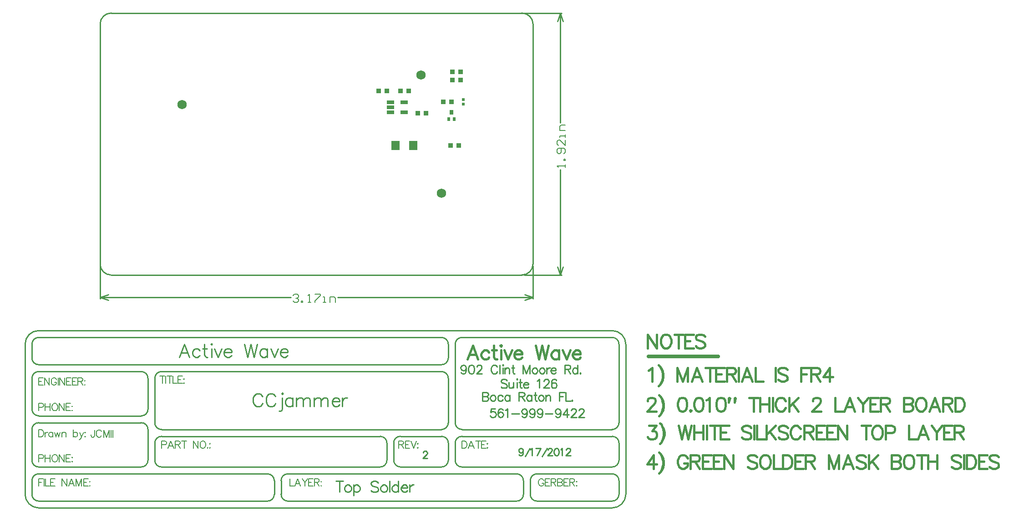
<source format=gts>
%FSLAX25Y25*%
%MOIN*%
G70*
G01*
G75*
G04 Layer_Color=8388736*
%ADD10C,0.02500*%
%ADD11C,0.06000*%
%ADD12R,0.05000X0.02000*%
%ADD13R,0.03000X0.03000*%
%ADD14R,0.01575X0.01575*%
%ADD15R,0.01575X0.02362*%
%ADD16R,0.01969X0.02756*%
%ADD17R,0.05118X0.06299*%
%ADD18C,0.01000*%
%ADD19C,0.02000*%
%ADD20C,0.01200*%
%ADD21C,0.03000*%
%ADD22C,0.00800*%
%ADD23C,0.00600*%
%ADD24C,0.00900*%
%ADD25C,0.01500*%
%ADD26C,0.00500*%
%ADD27C,0.04000*%
%ADD28C,0.00984*%
%ADD29C,0.06800*%
%ADD30R,0.05600X0.02600*%
%ADD31R,0.03800X0.03800*%
%ADD32R,0.02375X0.02375*%
%ADD33R,0.02375X0.03162*%
%ADD34R,0.02769X0.03556*%
%ADD35R,0.05918X0.07099*%
D10*
X401800Y-59700D02*
X452800D01*
D18*
X175366Y-151202D02*
Y-159200D01*
X172700Y-151202D02*
X178032D01*
X180889Y-153868D02*
X180127Y-154249D01*
X179365Y-155010D01*
X178984Y-156153D01*
Y-156915D01*
X179365Y-158057D01*
X180127Y-158819D01*
X180889Y-159200D01*
X182031D01*
X182793Y-158819D01*
X183555Y-158057D01*
X183936Y-156915D01*
Y-156153D01*
X183555Y-155010D01*
X182793Y-154249D01*
X182031Y-153868D01*
X180889D01*
X185688D02*
Y-161866D01*
Y-155010D02*
X186449Y-154249D01*
X187211Y-153868D01*
X188354D01*
X189116Y-154249D01*
X189877Y-155010D01*
X190258Y-156153D01*
Y-156915D01*
X189877Y-158057D01*
X189116Y-158819D01*
X188354Y-159200D01*
X187211D01*
X186449Y-158819D01*
X185688Y-158057D01*
X203589Y-152344D02*
X202827Y-151583D01*
X201684Y-151202D01*
X200161D01*
X199018Y-151583D01*
X198256Y-152344D01*
Y-153106D01*
X198637Y-153868D01*
X199018Y-154249D01*
X199780Y-154630D01*
X202065Y-155391D01*
X202827Y-155772D01*
X203208Y-156153D01*
X203589Y-156915D01*
Y-158057D01*
X202827Y-158819D01*
X201684Y-159200D01*
X200161D01*
X199018Y-158819D01*
X198256Y-158057D01*
X207283Y-153868D02*
X206521Y-154249D01*
X205760Y-155010D01*
X205379Y-156153D01*
Y-156915D01*
X205760Y-158057D01*
X206521Y-158819D01*
X207283Y-159200D01*
X208426D01*
X209187Y-158819D01*
X209949Y-158057D01*
X210330Y-156915D01*
Y-156153D01*
X209949Y-155010D01*
X209187Y-154249D01*
X208426Y-153868D01*
X207283D01*
X212082Y-151202D02*
Y-159200D01*
X218328Y-151202D02*
Y-159200D01*
Y-155010D02*
X217567Y-154249D01*
X216805Y-153868D01*
X215662D01*
X214900Y-154249D01*
X214139Y-155010D01*
X213758Y-156153D01*
Y-156915D01*
X214139Y-158057D01*
X214900Y-158819D01*
X215662Y-159200D01*
X216805D01*
X217567Y-158819D01*
X218328Y-158057D01*
X220461Y-156153D02*
X225032D01*
Y-155391D01*
X224651Y-154630D01*
X224270Y-154249D01*
X223508Y-153868D01*
X222366D01*
X221604Y-154249D01*
X220842Y-155010D01*
X220461Y-156153D01*
Y-156915D01*
X220842Y-158057D01*
X221604Y-158819D01*
X222366Y-159200D01*
X223508D01*
X224270Y-158819D01*
X225032Y-158057D01*
X226746Y-153868D02*
Y-159200D01*
Y-156153D02*
X227127Y-155010D01*
X227888Y-154249D01*
X228650Y-153868D01*
X229792D01*
X310500Y192000D02*
X338000D01*
X310500Y0D02*
X338000D01*
X337000Y111495D02*
Y192000D01*
Y0D02*
Y77305D01*
X335000Y186000D02*
X337000Y192000D01*
X339000Y186000D01*
X337000Y0D02*
X339000Y6000D01*
X335000D02*
X337000Y0D01*
X317000Y-17500D02*
Y6516D01*
X0Y-17500D02*
Y6516D01*
X173995Y-16500D02*
X317000D01*
X0D02*
X139805D01*
X311000Y-14500D02*
X317000Y-16500D01*
X311000Y-18500D02*
X317000Y-16500D01*
X0D02*
X6000Y-18500D01*
X0Y-16500D02*
X6000Y-14500D01*
X-16Y8016D02*
G03*
X8000Y0I8016J0D01*
G01*
X8016Y192016D02*
G03*
X0Y184000I0J-8016D01*
G01*
X317016Y183984D02*
G03*
X309000Y192000I-8016J0D01*
G01*
Y0D02*
G03*
X317016Y8016I0J8016D01*
G01*
X8000Y0D02*
X309000D01*
X0Y8016D02*
Y184000D01*
X317000Y8016D02*
Y183984D01*
X8016Y192000D02*
X309000D01*
X127501Y-150794D02*
G03*
X122502Y-145794I-5000J0D01*
G01*
X122618Y-165794D02*
G03*
X127499Y-160827I84J4800D01*
G01*
X137502Y-145794D02*
G03*
X132501Y-150794I0J-5000D01*
G01*
Y-160794D02*
G03*
X137414Y-165793I5000J0D01*
G01*
X310001Y-150794D02*
G03*
X305001Y-145794I-5000J0D01*
G01*
X305118Y-165794D02*
G03*
X309999Y-160827I84J4800D01*
G01*
X315002Y-160894D02*
G03*
X319987Y-165793I4900J0D01*
G01*
X320002Y-145794D02*
G03*
X315002Y-150794I0J-5000D01*
G01*
X35002Y-75694D02*
G03*
X30101Y-70794I-4900J0D01*
G01*
X30202Y-103294D02*
G03*
X35002Y-98494I0J4800D01*
G01*
Y-113194D02*
G03*
X29930Y-108297I-4900J0D01*
G01*
X40001Y-108394D02*
G03*
X44901Y-113294I4900J0D01*
G01*
X40001Y-135894D02*
G03*
X44901Y-140794I4900J0D01*
G01*
X30101D02*
G03*
X35002Y-135894I0J4900D01*
G01*
X210001Y-123194D02*
G03*
X205101Y-118294I-4900J0D01*
G01*
Y-140794D02*
G03*
X210001Y-135809I0J4900D01*
G01*
X215002Y-135694D02*
G03*
X220012Y-140793I5100J0D01*
G01*
X219801Y-118294D02*
G03*
X215008Y-123345I0J-4800D01*
G01*
X45002Y-118294D02*
G03*
X40001Y-123294I0J-5000D01*
G01*
X45001Y-70794D02*
G03*
X40001Y-75794I0J-5000D01*
G01*
X-49999Y-135794D02*
G03*
X-45086Y-140793I5000J0D01*
G01*
X-44998Y-108294D02*
G03*
X-49999Y-113294I0J-5000D01*
G01*
Y-98294D02*
G03*
X-44998Y-103294I5000J0D01*
G01*
Y-70794D02*
G03*
X-49999Y-75794I0J-5000D01*
G01*
Y-60794D02*
G03*
X-44998Y-65794I5000J0D01*
G01*
Y-45794D02*
G03*
X-49999Y-50794I0J-5000D01*
G01*
X255001D02*
G03*
X250002Y-45794I-5000J0D01*
G01*
X265002D02*
G03*
X260001Y-50794I0J-5000D01*
G01*
X250002Y-65794D02*
G03*
X255001Y-60794I0J5000D01*
G01*
Y-75794D02*
G03*
X250002Y-70794I-5000J0D01*
G01*
X-44998Y-145794D02*
G03*
X-49999Y-150794I0J-5000D01*
G01*
X250089Y-113294D02*
G03*
X255002Y-108294I-87J5000D01*
G01*
X-49999Y-160794D02*
G03*
X-45086Y-165793I5000J0D01*
G01*
X255001Y-123194D02*
G03*
X250101Y-118294I-4900J0D01*
G01*
X260001Y-135894D02*
G03*
X264987Y-140793I4900J0D01*
G01*
X250002Y-140794D02*
G03*
X255001Y-135794I0J5000D01*
G01*
X375002Y-165794D02*
G03*
X380001Y-160794I0J5000D01*
G01*
X380002Y-150707D02*
G03*
X375002Y-145793I-5000J-87D01*
G01*
Y-140794D02*
G03*
X380001Y-135794I0J5000D01*
G01*
Y-50694D02*
G03*
X374931Y-45797I-4900J0D01*
G01*
X385001Y-50794D02*
G03*
X375002Y-40794I-10000J0D01*
G01*
Y-170794D02*
G03*
X385001Y-160794I0J10000D01*
G01*
X-54998Y-160694D02*
G03*
X-45075Y-170792I10100J0D01*
G01*
X-44998Y-40794D02*
G03*
X-54998Y-50794I0J-10000D01*
G01*
X260001Y-108294D02*
G03*
X265002Y-113294I5000J0D01*
G01*
X375002D02*
G03*
X380001Y-108294I0J5000D01*
G01*
X265002Y-118294D02*
G03*
X260001Y-123294I0J-5000D01*
G01*
X380001Y-123194D02*
G03*
X375101Y-118294I-4900J0D01*
G01*
X137502Y-165794D02*
X305001D01*
X-44998D02*
X122502D01*
X-44998Y-145794D02*
X122502D01*
X137502D02*
X305001D01*
X320002Y-165794D02*
X375002D01*
X320002Y-145794D02*
X375002D01*
X-44998Y-45794D02*
X250002D01*
X-44998Y-170794D02*
X375002D01*
X-44998Y-40794D02*
X375002D01*
X-44998Y-140794D02*
X30002D01*
X-44998Y-108294D02*
X30002D01*
X-44998Y-103294D02*
X30002D01*
X-44998Y-70794D02*
X30002D01*
X-44998Y-65794D02*
X250002D01*
X45002Y-70794D02*
X250002D01*
X45002Y-118294D02*
X205001D01*
X45002Y-140794D02*
X205001D01*
X220002D02*
X250002D01*
X220002Y-118294D02*
X250002D01*
X265002Y-140794D02*
X375002D01*
X265002Y-45794D02*
X375002D01*
X45002Y-113294D02*
X250002D01*
X265002D02*
X375002D01*
X265002Y-118294D02*
X375002D01*
X127501Y-160794D02*
Y-150794D01*
X132501Y-160794D02*
Y-150794D01*
X310001Y-160794D02*
Y-150794D01*
X315002Y-160794D02*
Y-150794D01*
X385001Y-160794D02*
Y-50794D01*
X-49999Y-135794D02*
Y-113294D01*
X35002Y-135794D02*
Y-113294D01*
X-49999Y-98294D02*
Y-75794D01*
X35002Y-98294D02*
Y-75794D01*
X-49999Y-60794D02*
Y-50794D01*
X255001Y-60794D02*
Y-50794D01*
Y-108294D02*
Y-75794D01*
X40001Y-108294D02*
Y-75794D01*
X210001Y-135794D02*
Y-123294D01*
X40001Y-135794D02*
Y-123294D01*
X215002Y-135794D02*
Y-123294D01*
X255001Y-135794D02*
Y-123294D01*
X380001Y-160794D02*
Y-150794D01*
X-49999Y-160794D02*
Y-150794D01*
X-54998Y-160794D02*
Y-50794D01*
X260001Y-108294D02*
Y-50794D01*
X380001Y-108294D02*
Y-50794D01*
X260001Y-135794D02*
Y-123294D01*
X380001Y-135794D02*
Y-123194D01*
X297875Y-77392D02*
X297266Y-76782D01*
X296352Y-76478D01*
X295133D01*
X294219Y-76782D01*
X293609Y-77392D01*
Y-78001D01*
X293914Y-78611D01*
X294219Y-78915D01*
X294828Y-79220D01*
X296656Y-79829D01*
X297266Y-80134D01*
X297570Y-80439D01*
X297875Y-81048D01*
Y-81962D01*
X297266Y-82572D01*
X296352Y-82876D01*
X295133D01*
X294219Y-82572D01*
X293609Y-81962D01*
X299307Y-78611D02*
Y-81658D01*
X299612Y-82572D01*
X300221Y-82876D01*
X301135D01*
X301745Y-82572D01*
X302659Y-81658D01*
Y-78611D02*
Y-82876D01*
X304944Y-76478D02*
X305249Y-76782D01*
X305554Y-76478D01*
X305249Y-76173D01*
X304944Y-76478D01*
X305249Y-78611D02*
Y-82876D01*
X307595Y-76478D02*
Y-81658D01*
X307900Y-82572D01*
X308509Y-82876D01*
X309119D01*
X306681Y-78611D02*
X308814D01*
X310033Y-80439D02*
X313689D01*
Y-79829D01*
X313384Y-79220D01*
X313080Y-78915D01*
X312470Y-78611D01*
X311556D01*
X310947Y-78915D01*
X310337Y-79525D01*
X310033Y-80439D01*
Y-81048D01*
X310337Y-81962D01*
X310947Y-82572D01*
X311556Y-82876D01*
X312470D01*
X313080Y-82572D01*
X313689Y-81962D01*
X320088Y-77697D02*
X320697Y-77392D01*
X321611Y-76478D01*
Y-82876D01*
X325085Y-78001D02*
Y-77697D01*
X325389Y-77087D01*
X325694Y-76782D01*
X326303Y-76478D01*
X327522D01*
X328132Y-76782D01*
X328436Y-77087D01*
X328741Y-77697D01*
Y-78306D01*
X328436Y-78915D01*
X327827Y-79829D01*
X324780Y-82876D01*
X329046D01*
X334134Y-77392D02*
X333829Y-76782D01*
X332915Y-76478D01*
X332306D01*
X331392Y-76782D01*
X330783Y-77697D01*
X330478Y-79220D01*
Y-80743D01*
X330783Y-81962D01*
X331392Y-82572D01*
X332306Y-82876D01*
X332611D01*
X333525Y-82572D01*
X334134Y-81962D01*
X334439Y-81048D01*
Y-80743D01*
X334134Y-79829D01*
X333525Y-79220D01*
X332611Y-78915D01*
X332306D01*
X331392Y-79220D01*
X330783Y-79829D01*
X330478Y-80743D01*
X289266Y-97978D02*
X286219D01*
X285914Y-100720D01*
X286219Y-100415D01*
X287133Y-100111D01*
X288047D01*
X288961Y-100415D01*
X289570Y-101025D01*
X289875Y-101939D01*
Y-102548D01*
X289570Y-103462D01*
X288961Y-104072D01*
X288047Y-104376D01*
X287133D01*
X286219Y-104072D01*
X285914Y-103767D01*
X285610Y-103158D01*
X294964Y-98892D02*
X294659Y-98282D01*
X293745Y-97978D01*
X293135D01*
X292221Y-98282D01*
X291612Y-99196D01*
X291307Y-100720D01*
Y-102243D01*
X291612Y-103462D01*
X292221Y-104072D01*
X293135Y-104376D01*
X293440D01*
X294354Y-104072D01*
X294964Y-103462D01*
X295268Y-102548D01*
Y-102243D01*
X294964Y-101329D01*
X294354Y-100720D01*
X293440Y-100415D01*
X293135D01*
X292221Y-100720D01*
X291612Y-101329D01*
X291307Y-102243D01*
X296670Y-99196D02*
X297279Y-98892D01*
X298193Y-97978D01*
Y-104376D01*
X301362Y-101634D02*
X306847D01*
X312697Y-100111D02*
X312392Y-101025D01*
X311783Y-101634D01*
X310869Y-101939D01*
X310564D01*
X309650Y-101634D01*
X309041Y-101025D01*
X308736Y-100111D01*
Y-99806D01*
X309041Y-98892D01*
X309650Y-98282D01*
X310564Y-97978D01*
X310869D01*
X311783Y-98282D01*
X312392Y-98892D01*
X312697Y-100111D01*
Y-101634D01*
X312392Y-103158D01*
X311783Y-104072D01*
X310869Y-104376D01*
X310259D01*
X309345Y-104072D01*
X309041Y-103462D01*
X318395Y-100111D02*
X318090Y-101025D01*
X317481Y-101634D01*
X316567Y-101939D01*
X316262D01*
X315348Y-101634D01*
X314738Y-101025D01*
X314434Y-100111D01*
Y-99806D01*
X314738Y-98892D01*
X315348Y-98282D01*
X316262Y-97978D01*
X316567D01*
X317481Y-98282D01*
X318090Y-98892D01*
X318395Y-100111D01*
Y-101634D01*
X318090Y-103158D01*
X317481Y-104072D01*
X316567Y-104376D01*
X315957D01*
X315043Y-104072D01*
X314738Y-103462D01*
X324093Y-100111D02*
X323788Y-101025D01*
X323179Y-101634D01*
X322265Y-101939D01*
X321960D01*
X321046Y-101634D01*
X320436Y-101025D01*
X320132Y-100111D01*
Y-99806D01*
X320436Y-98892D01*
X321046Y-98282D01*
X321960Y-97978D01*
X322265D01*
X323179Y-98282D01*
X323788Y-98892D01*
X324093Y-100111D01*
Y-101634D01*
X323788Y-103158D01*
X323179Y-104072D01*
X322265Y-104376D01*
X321655D01*
X320741Y-104072D01*
X320436Y-103462D01*
X325829Y-101634D02*
X331314D01*
X337164Y-100111D02*
X336859Y-101025D01*
X336250Y-101634D01*
X335336Y-101939D01*
X335031D01*
X334117Y-101634D01*
X333508Y-101025D01*
X333203Y-100111D01*
Y-99806D01*
X333508Y-98892D01*
X334117Y-98282D01*
X335031Y-97978D01*
X335336D01*
X336250Y-98282D01*
X336859Y-98892D01*
X337164Y-100111D01*
Y-101634D01*
X336859Y-103158D01*
X336250Y-104072D01*
X335336Y-104376D01*
X334727D01*
X333812Y-104072D01*
X333508Y-103462D01*
X341948Y-97978D02*
X338901Y-102243D01*
X343471D01*
X341948Y-97978D02*
Y-104376D01*
X344903Y-99501D02*
Y-99196D01*
X345208Y-98587D01*
X345513Y-98282D01*
X346122Y-97978D01*
X347341D01*
X347950Y-98282D01*
X348255Y-98587D01*
X348560Y-99196D01*
Y-99806D01*
X348255Y-100415D01*
X347646Y-101329D01*
X344599Y-104376D01*
X348865D01*
X350601Y-99501D02*
Y-99196D01*
X350906Y-98587D01*
X351211Y-98282D01*
X351820Y-97978D01*
X353039D01*
X353648Y-98282D01*
X353953Y-98587D01*
X354258Y-99196D01*
Y-99806D01*
X353953Y-100415D01*
X353344Y-101329D01*
X350297Y-104376D01*
X354562D01*
X268071Y-68111D02*
X267766Y-69025D01*
X267156Y-69634D01*
X266242Y-69939D01*
X265938D01*
X265024Y-69634D01*
X264414Y-69025D01*
X264109Y-68111D01*
Y-67806D01*
X264414Y-66892D01*
X265024Y-66282D01*
X265938Y-65978D01*
X266242D01*
X267156Y-66282D01*
X267766Y-66892D01*
X268071Y-68111D01*
Y-69634D01*
X267766Y-71158D01*
X267156Y-72072D01*
X266242Y-72376D01*
X265633D01*
X264719Y-72072D01*
X264414Y-71462D01*
X271636Y-65978D02*
X270721Y-66282D01*
X270112Y-67197D01*
X269807Y-68720D01*
Y-69634D01*
X270112Y-71158D01*
X270721Y-72072D01*
X271636Y-72376D01*
X272245D01*
X273159Y-72072D01*
X273768Y-71158D01*
X274073Y-69634D01*
Y-68720D01*
X273768Y-67197D01*
X273159Y-66282D01*
X272245Y-65978D01*
X271636D01*
X275810Y-67501D02*
Y-67197D01*
X276115Y-66587D01*
X276419Y-66282D01*
X277029Y-65978D01*
X278247D01*
X278857Y-66282D01*
X279162Y-66587D01*
X279466Y-67197D01*
Y-67806D01*
X279162Y-68415D01*
X278552Y-69329D01*
X275505Y-72376D01*
X279771D01*
X290801Y-67501D02*
X290496Y-66892D01*
X289887Y-66282D01*
X289277Y-65978D01*
X288059D01*
X287449Y-66282D01*
X286840Y-66892D01*
X286535Y-67501D01*
X286230Y-68415D01*
Y-69939D01*
X286535Y-70853D01*
X286840Y-71462D01*
X287449Y-72072D01*
X288059Y-72376D01*
X289277D01*
X289887Y-72072D01*
X290496Y-71462D01*
X290801Y-70853D01*
X292599Y-65978D02*
Y-72376D01*
X294549Y-65978D02*
X294853Y-66282D01*
X295158Y-65978D01*
X294853Y-65673D01*
X294549Y-65978D01*
X294853Y-68111D02*
Y-72376D01*
X296285Y-68111D02*
Y-72376D01*
Y-69329D02*
X297200Y-68415D01*
X297809Y-68111D01*
X298723D01*
X299332Y-68415D01*
X299637Y-69329D01*
Y-72376D01*
X302227Y-65978D02*
Y-71158D01*
X302532Y-72072D01*
X303141Y-72376D01*
X303750D01*
X301313Y-68111D02*
X303446D01*
X309692Y-65978D02*
Y-72376D01*
Y-65978D02*
X312130Y-72376D01*
X314567Y-65978D02*
X312130Y-72376D01*
X314567Y-65978D02*
Y-72376D01*
X317919Y-68111D02*
X317309Y-68415D01*
X316700Y-69025D01*
X316395Y-69939D01*
Y-70548D01*
X316700Y-71462D01*
X317309Y-72072D01*
X317919Y-72376D01*
X318833D01*
X319442Y-72072D01*
X320052Y-71462D01*
X320356Y-70548D01*
Y-69939D01*
X320052Y-69025D01*
X319442Y-68415D01*
X318833Y-68111D01*
X317919D01*
X323282D02*
X322672Y-68415D01*
X322063Y-69025D01*
X321758Y-69939D01*
Y-70548D01*
X322063Y-71462D01*
X322672Y-72072D01*
X323282Y-72376D01*
X324196D01*
X324805Y-72072D01*
X325414Y-71462D01*
X325719Y-70548D01*
Y-69939D01*
X325414Y-69025D01*
X324805Y-68415D01*
X324196Y-68111D01*
X323282D01*
X327121D02*
Y-72376D01*
Y-69939D02*
X327425Y-69025D01*
X328035Y-68415D01*
X328644Y-68111D01*
X329558D01*
X330137Y-69939D02*
X333794D01*
Y-69329D01*
X333489Y-68720D01*
X333184Y-68415D01*
X332575Y-68111D01*
X331661D01*
X331051Y-68415D01*
X330442Y-69025D01*
X330137Y-69939D01*
Y-70548D01*
X330442Y-71462D01*
X331051Y-72072D01*
X331661Y-72376D01*
X332575D01*
X333184Y-72072D01*
X333794Y-71462D01*
X340192Y-65978D02*
Y-72376D01*
Y-65978D02*
X342934D01*
X343849Y-66282D01*
X344153Y-66587D01*
X344458Y-67197D01*
Y-67806D01*
X344153Y-68415D01*
X343849Y-68720D01*
X342934Y-69025D01*
X340192D01*
X342325D02*
X344458Y-72376D01*
X349546Y-65978D02*
Y-72376D01*
Y-69025D02*
X348937Y-68415D01*
X348328Y-68111D01*
X347413D01*
X346804Y-68415D01*
X346195Y-69025D01*
X345890Y-69939D01*
Y-70548D01*
X346195Y-71462D01*
X346804Y-72072D01*
X347413Y-72376D01*
X348328D01*
X348937Y-72072D01*
X349546Y-71462D01*
X351557Y-71767D02*
X351253Y-72072D01*
X351557Y-72376D01*
X351862Y-72072D01*
X351557Y-71767D01*
X280110Y-85978D02*
Y-92376D01*
Y-85978D02*
X282852D01*
X283766Y-86282D01*
X284070Y-86587D01*
X284375Y-87196D01*
Y-87806D01*
X284070Y-88415D01*
X283766Y-88720D01*
X282852Y-89025D01*
X280110D02*
X282852D01*
X283766Y-89329D01*
X284070Y-89634D01*
X284375Y-90244D01*
Y-91158D01*
X284070Y-91767D01*
X283766Y-92072D01*
X282852Y-92376D01*
X280110D01*
X287331Y-88111D02*
X286721Y-88415D01*
X286112Y-89025D01*
X285807Y-89939D01*
Y-90548D01*
X286112Y-91462D01*
X286721Y-92072D01*
X287331Y-92376D01*
X288245D01*
X288854Y-92072D01*
X289464Y-91462D01*
X289768Y-90548D01*
Y-89939D01*
X289464Y-89025D01*
X288854Y-88415D01*
X288245Y-88111D01*
X287331D01*
X294826Y-89025D02*
X294217Y-88415D01*
X293607Y-88111D01*
X292693D01*
X292084Y-88415D01*
X291475Y-89025D01*
X291170Y-89939D01*
Y-90548D01*
X291475Y-91462D01*
X292084Y-92072D01*
X292693Y-92376D01*
X293607D01*
X294217Y-92072D01*
X294826Y-91462D01*
X299854Y-88111D02*
Y-92376D01*
Y-89025D02*
X299244Y-88415D01*
X298635Y-88111D01*
X297721D01*
X297112Y-88415D01*
X296502Y-89025D01*
X296197Y-89939D01*
Y-90548D01*
X296502Y-91462D01*
X297112Y-92072D01*
X297721Y-92376D01*
X298635D01*
X299244Y-92072D01*
X299854Y-91462D01*
X306588Y-85978D02*
Y-92376D01*
Y-85978D02*
X309330D01*
X310244Y-86282D01*
X310549Y-86587D01*
X310853Y-87196D01*
Y-87806D01*
X310549Y-88415D01*
X310244Y-88720D01*
X309330Y-89025D01*
X306588D01*
X308720D02*
X310853Y-92376D01*
X315942Y-88111D02*
Y-92376D01*
Y-89025D02*
X315332Y-88415D01*
X314723Y-88111D01*
X313809D01*
X313199Y-88415D01*
X312590Y-89025D01*
X312285Y-89939D01*
Y-90548D01*
X312590Y-91462D01*
X313199Y-92072D01*
X313809Y-92376D01*
X314723D01*
X315332Y-92072D01*
X315942Y-91462D01*
X318562Y-85978D02*
Y-91158D01*
X318867Y-92072D01*
X319476Y-92376D01*
X320086D01*
X317648Y-88111D02*
X319781D01*
X322523D02*
X321914Y-88415D01*
X321304Y-89025D01*
X321000Y-89939D01*
Y-90548D01*
X321304Y-91462D01*
X321914Y-92072D01*
X322523Y-92376D01*
X323437D01*
X324047Y-92072D01*
X324656Y-91462D01*
X324961Y-90548D01*
Y-89939D01*
X324656Y-89025D01*
X324047Y-88415D01*
X323437Y-88111D01*
X322523D01*
X326362D02*
Y-92376D01*
Y-89329D02*
X327276Y-88415D01*
X327886Y-88111D01*
X328800D01*
X329409Y-88415D01*
X329714Y-89329D01*
Y-92376D01*
X336417Y-85978D02*
Y-92376D01*
Y-85978D02*
X340378D01*
X336417Y-89025D02*
X338855D01*
X341110Y-85978D02*
Y-92376D01*
X344766D01*
X345772Y-91767D02*
X345467Y-92072D01*
X345772Y-92376D01*
X346076Y-92072D01*
X345772Y-91767D01*
D22*
X-4163Y-113567D02*
Y-117630D01*
X-4417Y-118392D01*
X-4671Y-118646D01*
X-5179Y-118900D01*
X-5686D01*
X-6194Y-118646D01*
X-6448Y-118392D01*
X-6702Y-117630D01*
Y-117122D01*
X1017Y-114837D02*
X763Y-114329D01*
X255Y-113821D01*
X-253Y-113567D01*
X-1268D01*
X-1776Y-113821D01*
X-2284Y-114329D01*
X-2538Y-114837D01*
X-2792Y-115599D01*
Y-116868D01*
X-2538Y-117630D01*
X-2284Y-118138D01*
X-1776Y-118646D01*
X-1268Y-118900D01*
X-253D01*
X255Y-118646D01*
X763Y-118138D01*
X1017Y-117630D01*
X2515Y-113567D02*
Y-118900D01*
Y-113567D02*
X4546Y-118900D01*
X6578Y-113567D02*
X4546Y-118900D01*
X6578Y-113567D02*
Y-118900D01*
X8101Y-113567D02*
Y-118900D01*
X9218Y-113567D02*
Y-118900D01*
D23*
X340599Y78905D02*
Y80904D01*
Y79905D01*
X334601D01*
X335601Y78905D01*
X340599Y83903D02*
X339599D01*
Y84903D01*
X340599D01*
Y83903D01*
X339599Y88902D02*
X340599Y89901D01*
Y91901D01*
X339599Y92901D01*
X335601D01*
X334601Y91901D01*
Y89901D01*
X335601Y88902D01*
X336600D01*
X337600Y89901D01*
Y92901D01*
X340599Y98899D02*
Y94900D01*
X336600Y98899D01*
X335601D01*
X334601Y97899D01*
Y95899D01*
X335601Y94900D01*
X340599Y100898D02*
Y102897D01*
Y101898D01*
X336600D01*
Y100898D01*
X340599Y105896D02*
X336600D01*
Y108895D01*
X337600Y109895D01*
X340599D01*
X141405Y-15101D02*
X142405Y-14101D01*
X144404D01*
X145404Y-15101D01*
Y-16100D01*
X144404Y-17100D01*
X143404D01*
X144404D01*
X145404Y-18100D01*
Y-19099D01*
X144404Y-20099D01*
X142405D01*
X141405Y-19099D01*
X147403Y-20099D02*
Y-19099D01*
X148403D01*
Y-20099D01*
X147403D01*
X152401D02*
X154401D01*
X153401D01*
Y-14101D01*
X152401Y-15101D01*
X157400Y-14101D02*
X161398D01*
Y-15101D01*
X157400Y-19099D01*
Y-20099D01*
X163398D02*
X165397D01*
X164398D01*
Y-16100D01*
X163398D01*
X168396Y-20099D02*
Y-16100D01*
X171395D01*
X172395Y-17100D01*
Y-20099D01*
D24*
X309779Y-128785D02*
X309525Y-129547D01*
X309018Y-130055D01*
X308256Y-130309D01*
X308002D01*
X307240Y-130055D01*
X306733Y-129547D01*
X306479Y-128785D01*
Y-128531D01*
X306733Y-127769D01*
X307240Y-127262D01*
X308002Y-127008D01*
X308256D01*
X309018Y-127262D01*
X309525Y-127769D01*
X309779Y-128785D01*
Y-130055D01*
X309525Y-131324D01*
X309018Y-132086D01*
X308256Y-132340D01*
X307748D01*
X306986Y-132086D01*
X306733Y-131578D01*
X311227Y-133102D02*
X314782Y-127008D01*
X315137Y-128023D02*
X315645Y-127769D01*
X316407Y-127008D01*
Y-132340D01*
X322602Y-127008D02*
X320063Y-132340D01*
X319047Y-127008D02*
X322602D01*
X323796Y-133102D02*
X327350Y-127008D01*
X327960Y-128277D02*
Y-128023D01*
X328214Y-127516D01*
X328468Y-127262D01*
X328976Y-127008D01*
X329991D01*
X330499Y-127262D01*
X330753Y-127516D01*
X331007Y-128023D01*
Y-128531D01*
X330753Y-129039D01*
X330245Y-129801D01*
X327706Y-132340D01*
X331261D01*
X333978Y-127008D02*
X333216Y-127262D01*
X332708Y-128023D01*
X332454Y-129293D01*
Y-130055D01*
X332708Y-131324D01*
X333216Y-132086D01*
X333978Y-132340D01*
X334486D01*
X335247Y-132086D01*
X335755Y-131324D01*
X336009Y-130055D01*
Y-129293D01*
X335755Y-128023D01*
X335247Y-127262D01*
X334486Y-127008D01*
X333978D01*
X337203Y-128023D02*
X337710Y-127769D01*
X338472Y-127008D01*
Y-132340D01*
X341367Y-128277D02*
Y-128023D01*
X341621Y-127516D01*
X341875Y-127262D01*
X342382Y-127008D01*
X343398D01*
X343906Y-127262D01*
X344160Y-127516D01*
X344414Y-128023D01*
Y-128531D01*
X344160Y-129039D01*
X343652Y-129801D01*
X341113Y-132340D01*
X344668D01*
X65314Y-60294D02*
X61658Y-50696D01*
X58001Y-60294D01*
X59373Y-57095D02*
X63943D01*
X73038Y-55267D02*
X72124Y-54352D01*
X71210Y-53895D01*
X69839D01*
X68925Y-54352D01*
X68011Y-55267D01*
X67554Y-56638D01*
Y-57552D01*
X68011Y-58923D01*
X68925Y-59837D01*
X69839Y-60294D01*
X71210D01*
X72124Y-59837D01*
X73038Y-58923D01*
X76466Y-50696D02*
Y-58466D01*
X76923Y-59837D01*
X77837Y-60294D01*
X78751D01*
X75095Y-53895D02*
X78294D01*
X81036Y-50696D02*
X81494Y-51153D01*
X81950Y-50696D01*
X81494Y-50239D01*
X81036Y-50696D01*
X81494Y-53895D02*
Y-60294D01*
X83642Y-53895D02*
X86384Y-60294D01*
X89126Y-53895D02*
X86384Y-60294D01*
X90680Y-56638D02*
X96165D01*
Y-55724D01*
X95708Y-54809D01*
X95250Y-54352D01*
X94336Y-53895D01*
X92965D01*
X92051Y-54352D01*
X91137Y-55267D01*
X90680Y-56638D01*
Y-57552D01*
X91137Y-58923D01*
X92051Y-59837D01*
X92965Y-60294D01*
X94336D01*
X95250Y-59837D01*
X96165Y-58923D01*
X105763Y-50696D02*
X108048Y-60294D01*
X110333Y-50696D02*
X108048Y-60294D01*
X110333Y-50696D02*
X112618Y-60294D01*
X114903Y-50696D02*
X112618Y-60294D01*
X122308Y-53895D02*
Y-60294D01*
Y-55267D02*
X121394Y-54352D01*
X120479Y-53895D01*
X119108D01*
X118194Y-54352D01*
X117280Y-55267D01*
X116823Y-56638D01*
Y-57552D01*
X117280Y-58923D01*
X118194Y-59837D01*
X119108Y-60294D01*
X120479D01*
X121394Y-59837D01*
X122308Y-58923D01*
X124867Y-53895D02*
X127609Y-60294D01*
X130352Y-53895D02*
X127609Y-60294D01*
X131905Y-56638D02*
X137390D01*
Y-55724D01*
X136933Y-54809D01*
X136476Y-54352D01*
X135562Y-53895D01*
X134191D01*
X133277Y-54352D01*
X132363Y-55267D01*
X131905Y-56638D01*
Y-57552D01*
X132363Y-58923D01*
X133277Y-59837D01*
X134191Y-60294D01*
X135562D01*
X136476Y-59837D01*
X137390Y-58923D01*
X118856Y-89187D02*
X118399Y-88273D01*
X117484Y-87359D01*
X116570Y-86902D01*
X114742D01*
X113828Y-87359D01*
X112914Y-88273D01*
X112457Y-89187D01*
X112000Y-90558D01*
Y-92844D01*
X112457Y-94215D01*
X112914Y-95129D01*
X113828Y-96043D01*
X114742Y-96500D01*
X116570D01*
X117484Y-96043D01*
X118399Y-95129D01*
X118856Y-94215D01*
X128408Y-89187D02*
X127951Y-88273D01*
X127037Y-87359D01*
X126123Y-86902D01*
X124294D01*
X123380Y-87359D01*
X122466Y-88273D01*
X122009Y-89187D01*
X121552Y-90558D01*
Y-92844D01*
X122009Y-94215D01*
X122466Y-95129D01*
X123380Y-96043D01*
X124294Y-96500D01*
X126123D01*
X127037Y-96043D01*
X127951Y-95129D01*
X128408Y-94215D01*
X132933Y-86902D02*
X133390Y-87359D01*
X133847Y-86902D01*
X133390Y-86445D01*
X132933Y-86902D01*
X133390Y-90101D02*
Y-97871D01*
X132933Y-99242D01*
X132019Y-99699D01*
X131105D01*
X141114Y-90101D02*
Y-96500D01*
Y-91473D02*
X140200Y-90558D01*
X139286Y-90101D01*
X137914D01*
X137000Y-90558D01*
X136086Y-91473D01*
X135629Y-92844D01*
Y-93758D01*
X136086Y-95129D01*
X137000Y-96043D01*
X137914Y-96500D01*
X139286D01*
X140200Y-96043D01*
X141114Y-95129D01*
X143673Y-90101D02*
Y-96500D01*
Y-91930D02*
X145044Y-90558D01*
X145958Y-90101D01*
X147330D01*
X148244Y-90558D01*
X148701Y-91930D01*
Y-96500D01*
Y-91930D02*
X150072Y-90558D01*
X150986Y-90101D01*
X152357D01*
X153271Y-90558D01*
X153728Y-91930D01*
Y-96500D01*
X156745Y-90101D02*
Y-96500D01*
Y-91930D02*
X158116Y-90558D01*
X159030Y-90101D01*
X160401D01*
X161315Y-90558D01*
X161772Y-91930D01*
Y-96500D01*
Y-91930D02*
X163143Y-90558D01*
X164057Y-90101D01*
X165428D01*
X166343Y-90558D01*
X166800Y-91930D01*
Y-96500D01*
X169816Y-92844D02*
X175301D01*
Y-91930D01*
X174844Y-91015D01*
X174387Y-90558D01*
X173472Y-90101D01*
X172101D01*
X171187Y-90558D01*
X170273Y-91473D01*
X169816Y-92844D01*
Y-93758D01*
X170273Y-95129D01*
X171187Y-96043D01*
X172101Y-96500D01*
X173472D01*
X174387Y-96043D01*
X175301Y-95129D01*
X177357Y-90101D02*
Y-96500D01*
Y-92844D02*
X177814Y-91473D01*
X178728Y-90558D01*
X179643Y-90101D01*
X181014D01*
X236505Y-130481D02*
Y-130227D01*
X236759Y-129720D01*
X237013Y-129466D01*
X237521Y-129212D01*
X238537D01*
X239044Y-129466D01*
X239298Y-129720D01*
X239552Y-130227D01*
Y-130735D01*
X239298Y-131243D01*
X238790Y-132005D01*
X236251Y-134544D01*
X239806D01*
D25*
X276727Y-61876D02*
X272918Y-51878D01*
X269110Y-61876D01*
X270538Y-58544D02*
X275299D01*
X284773Y-56639D02*
X283821Y-55687D01*
X282868Y-55211D01*
X281440D01*
X280488Y-55687D01*
X279536Y-56639D01*
X279060Y-58068D01*
Y-59020D01*
X279536Y-60448D01*
X280488Y-61400D01*
X281440Y-61876D01*
X282868D01*
X283821Y-61400D01*
X284773Y-60448D01*
X288343Y-51878D02*
Y-59972D01*
X288820Y-61400D01*
X289772Y-61876D01*
X290724D01*
X286915Y-55211D02*
X290248D01*
X293104Y-51878D02*
X293580Y-52355D01*
X294057Y-51878D01*
X293580Y-51402D01*
X293104Y-51878D01*
X293580Y-55211D02*
Y-61876D01*
X295818Y-55211D02*
X298675Y-61876D01*
X301531Y-55211D02*
X298675Y-61876D01*
X303150Y-58068D02*
X308863D01*
Y-57116D01*
X308387Y-56163D01*
X307911Y-55687D01*
X306959Y-55211D01*
X305530D01*
X304578Y-55687D01*
X303626Y-56639D01*
X303150Y-58068D01*
Y-59020D01*
X303626Y-60448D01*
X304578Y-61400D01*
X305530Y-61876D01*
X306959D01*
X307911Y-61400D01*
X308863Y-60448D01*
X318861Y-51878D02*
X321241Y-61876D01*
X323622Y-51878D02*
X321241Y-61876D01*
X323622Y-51878D02*
X326002Y-61876D01*
X328382Y-51878D02*
X326002Y-61876D01*
X336095Y-55211D02*
Y-61876D01*
Y-56639D02*
X335143Y-55687D01*
X334191Y-55211D01*
X332763D01*
X331810Y-55687D01*
X330858Y-56639D01*
X330382Y-58068D01*
Y-59020D01*
X330858Y-60448D01*
X331810Y-61400D01*
X332763Y-61876D01*
X334191D01*
X335143Y-61400D01*
X336095Y-60448D01*
X338761Y-55211D02*
X341618Y-61876D01*
X344474Y-55211D02*
X341618Y-61876D01*
X346093Y-58068D02*
X351806D01*
Y-57116D01*
X351330Y-56163D01*
X350854Y-55687D01*
X349902Y-55211D01*
X348473D01*
X347521Y-55687D01*
X346569Y-56639D01*
X346093Y-58068D01*
Y-59020D01*
X346569Y-60448D01*
X347521Y-61400D01*
X348473Y-61876D01*
X349902D01*
X350854Y-61400D01*
X351806Y-60448D01*
X401100Y-43602D02*
Y-53600D01*
Y-43602D02*
X407765Y-53600D01*
Y-43602D02*
Y-53600D01*
X413383Y-43602D02*
X412431Y-44078D01*
X411479Y-45030D01*
X411003Y-45983D01*
X410527Y-47411D01*
Y-49791D01*
X411003Y-51220D01*
X411479Y-52172D01*
X412431Y-53124D01*
X413383Y-53600D01*
X415287D01*
X416240Y-53124D01*
X417192Y-52172D01*
X417668Y-51220D01*
X418144Y-49791D01*
Y-47411D01*
X417668Y-45983D01*
X417192Y-45030D01*
X416240Y-44078D01*
X415287Y-43602D01*
X413383D01*
X423809D02*
Y-53600D01*
X420477Y-43602D02*
X427142D01*
X434521D02*
X428332D01*
Y-53600D01*
X434521D01*
X428332Y-48363D02*
X432141D01*
X442853Y-45030D02*
X441901Y-44078D01*
X440473Y-43602D01*
X438568D01*
X437140Y-44078D01*
X436188Y-45030D01*
Y-45983D01*
X436664Y-46935D01*
X437140Y-47411D01*
X438092Y-47887D01*
X440949Y-48839D01*
X441901Y-49315D01*
X442377Y-49791D01*
X442853Y-50744D01*
Y-52172D01*
X441901Y-53124D01*
X440473Y-53600D01*
X438568D01*
X437140Y-53124D01*
X436188Y-52172D01*
X401800Y-69907D02*
X402752Y-69430D01*
X404180Y-68002D01*
Y-78000D01*
X409132Y-66098D02*
X410084Y-67050D01*
X411036Y-68478D01*
X411988Y-70383D01*
X412464Y-72763D01*
Y-74667D01*
X411988Y-77048D01*
X411036Y-78952D01*
X410084Y-80380D01*
X409132Y-81333D01*
X410084Y-67050D02*
X411036Y-68954D01*
X411512Y-70383D01*
X411988Y-72763D01*
Y-74667D01*
X411512Y-77048D01*
X411036Y-78476D01*
X410084Y-80380D01*
X422748Y-68002D02*
Y-78000D01*
Y-68002D02*
X426557Y-78000D01*
X430365Y-68002D02*
X426557Y-78000D01*
X430365Y-68002D02*
Y-78000D01*
X440839D02*
X437031Y-68002D01*
X433222Y-78000D01*
X434650Y-74667D02*
X439411D01*
X446505Y-68002D02*
Y-78000D01*
X443172Y-68002D02*
X449837D01*
X457217D02*
X451027D01*
Y-78000D01*
X457217D01*
X451027Y-72763D02*
X454836D01*
X458883Y-68002D02*
Y-78000D01*
Y-68002D02*
X463168D01*
X464596Y-68478D01*
X465072Y-68954D01*
X465548Y-69907D01*
Y-70859D01*
X465072Y-71811D01*
X464596Y-72287D01*
X463168Y-72763D01*
X458883D01*
X462216D02*
X465548Y-78000D01*
X467786Y-68002D02*
Y-78000D01*
X477498D02*
X473689Y-68002D01*
X469881Y-78000D01*
X471309Y-74667D02*
X476070D01*
X479831Y-68002D02*
Y-78000D01*
X485544D01*
X494494Y-68002D02*
Y-78000D01*
X503255Y-69430D02*
X502302Y-68478D01*
X500874Y-68002D01*
X498970D01*
X497541Y-68478D01*
X496589Y-69430D01*
Y-70383D01*
X497065Y-71335D01*
X497541Y-71811D01*
X498494Y-72287D01*
X501350Y-73239D01*
X502302Y-73715D01*
X502778Y-74191D01*
X503255Y-75143D01*
Y-76572D01*
X502302Y-77524D01*
X500874Y-78000D01*
X498970D01*
X497541Y-77524D01*
X496589Y-76572D01*
X513347Y-68002D02*
Y-78000D01*
Y-68002D02*
X519537D01*
X513347Y-72763D02*
X517156D01*
X520679Y-68002D02*
Y-78000D01*
Y-68002D02*
X524964D01*
X526392Y-68478D01*
X526868Y-68954D01*
X527345Y-69907D01*
Y-70859D01*
X526868Y-71811D01*
X526392Y-72287D01*
X524964Y-72763D01*
X520679D01*
X524012D02*
X527345Y-78000D01*
X534343Y-68002D02*
X529582Y-74667D01*
X536724D01*
X534343Y-68002D02*
Y-78000D01*
X400976Y-92283D02*
Y-91807D01*
X401452Y-90854D01*
X401928Y-90378D01*
X402880Y-89902D01*
X404785D01*
X405737Y-90378D01*
X406213Y-90854D01*
X406689Y-91807D01*
Y-92759D01*
X406213Y-93711D01*
X405261Y-95139D01*
X400500Y-99900D01*
X407165D01*
X409403Y-87998D02*
X410355Y-88950D01*
X411307Y-90378D01*
X412259Y-92283D01*
X412736Y-94663D01*
Y-96567D01*
X412259Y-98948D01*
X411307Y-100852D01*
X410355Y-102280D01*
X409403Y-103233D01*
X410355Y-88950D02*
X411307Y-90854D01*
X411783Y-92283D01*
X412259Y-94663D01*
Y-96567D01*
X411783Y-98948D01*
X411307Y-100376D01*
X410355Y-102280D01*
X425876Y-89902D02*
X424447Y-90378D01*
X423495Y-91807D01*
X423019Y-94187D01*
Y-95615D01*
X423495Y-97996D01*
X424447Y-99424D01*
X425876Y-99900D01*
X426828D01*
X428256Y-99424D01*
X429208Y-97996D01*
X429684Y-95615D01*
Y-94187D01*
X429208Y-91807D01*
X428256Y-90378D01*
X426828Y-89902D01*
X425876D01*
X432398Y-98948D02*
X431922Y-99424D01*
X432398Y-99900D01*
X432874Y-99424D01*
X432398Y-98948D01*
X437921Y-89902D02*
X436492Y-90378D01*
X435540Y-91807D01*
X435064Y-94187D01*
Y-95615D01*
X435540Y-97996D01*
X436492Y-99424D01*
X437921Y-99900D01*
X438873D01*
X440301Y-99424D01*
X441253Y-97996D01*
X441729Y-95615D01*
Y-94187D01*
X441253Y-91807D01*
X440301Y-90378D01*
X438873Y-89902D01*
X437921D01*
X443967Y-91807D02*
X444919Y-91330D01*
X446347Y-89902D01*
Y-99900D01*
X454155Y-89902D02*
X452727Y-90378D01*
X451775Y-91807D01*
X451299Y-94187D01*
Y-95615D01*
X451775Y-97996D01*
X452727Y-99424D01*
X454155Y-99900D01*
X455107D01*
X456536Y-99424D01*
X457488Y-97996D01*
X457964Y-95615D01*
Y-94187D01*
X457488Y-91807D01*
X456536Y-90378D01*
X455107Y-89902D01*
X454155D01*
X460678D02*
X460202Y-90378D01*
Y-93235D01*
X460678Y-90378D02*
X460202Y-93235D01*
X460678Y-89902D02*
X461154Y-90378D01*
X460202Y-93235D01*
X464962Y-89902D02*
X464486Y-90378D01*
Y-93235D01*
X464962Y-90378D02*
X464486Y-93235D01*
X464962Y-89902D02*
X465438Y-90378D01*
X464486Y-93235D01*
X478721Y-89902D02*
Y-99900D01*
X475389Y-89902D02*
X482054D01*
X483244D02*
Y-99900D01*
X489909Y-89902D02*
Y-99900D01*
X483244Y-94663D02*
X489909D01*
X492671Y-89902D02*
Y-99900D01*
X501907Y-92283D02*
X501431Y-91330D01*
X500479Y-90378D01*
X499526Y-89902D01*
X497622D01*
X496670Y-90378D01*
X495718Y-91330D01*
X495242Y-92283D01*
X494766Y-93711D01*
Y-96091D01*
X495242Y-97520D01*
X495718Y-98472D01*
X496670Y-99424D01*
X497622Y-99900D01*
X499526D01*
X500479Y-99424D01*
X501431Y-98472D01*
X501907Y-97520D01*
X504716Y-89902D02*
Y-99900D01*
X511381Y-89902D02*
X504716Y-96567D01*
X507096Y-94187D02*
X511381Y-99900D01*
X521950Y-92283D02*
Y-91807D01*
X522426Y-90854D01*
X522902Y-90378D01*
X523854Y-89902D01*
X525759D01*
X526711Y-90378D01*
X527187Y-90854D01*
X527663Y-91807D01*
Y-92759D01*
X527187Y-93711D01*
X526235Y-95139D01*
X521474Y-99900D01*
X528139D01*
X538232Y-89902D02*
Y-99900D01*
X543945D01*
X552658D02*
X548849Y-89902D01*
X545040Y-99900D01*
X546469Y-96567D02*
X551230D01*
X554991Y-89902D02*
X558799Y-94663D01*
Y-99900D01*
X562608Y-89902D02*
X558799Y-94663D01*
X570083Y-89902D02*
X563894D01*
Y-99900D01*
X570083D01*
X563894Y-94663D02*
X567702D01*
X571749Y-89902D02*
Y-99900D01*
Y-89902D02*
X576034D01*
X577462Y-90378D01*
X577938Y-90854D01*
X578414Y-91807D01*
Y-92759D01*
X577938Y-93711D01*
X577462Y-94187D01*
X576034Y-94663D01*
X571749D01*
X575082D02*
X578414Y-99900D01*
X588507Y-89902D02*
Y-99900D01*
Y-89902D02*
X592792D01*
X594220Y-90378D01*
X594697Y-90854D01*
X595173Y-91807D01*
Y-92759D01*
X594697Y-93711D01*
X594220Y-94187D01*
X592792Y-94663D01*
X588507D02*
X592792D01*
X594220Y-95139D01*
X594697Y-95615D01*
X595173Y-96567D01*
Y-97996D01*
X594697Y-98948D01*
X594220Y-99424D01*
X592792Y-99900D01*
X588507D01*
X600267Y-89902D02*
X599314Y-90378D01*
X598362Y-91330D01*
X597886Y-92283D01*
X597410Y-93711D01*
Y-96091D01*
X597886Y-97520D01*
X598362Y-98472D01*
X599314Y-99424D01*
X600267Y-99900D01*
X602171D01*
X603123Y-99424D01*
X604075Y-98472D01*
X604552Y-97520D01*
X605028Y-96091D01*
Y-93711D01*
X604552Y-92283D01*
X604075Y-91330D01*
X603123Y-90378D01*
X602171Y-89902D01*
X600267D01*
X614978Y-99900D02*
X611169Y-89902D01*
X607360Y-99900D01*
X608789Y-96567D02*
X613550D01*
X617311Y-89902D02*
Y-99900D01*
Y-89902D02*
X621595D01*
X623024Y-90378D01*
X623500Y-90854D01*
X623976Y-91807D01*
Y-92759D01*
X623500Y-93711D01*
X623024Y-94187D01*
X621595Y-94663D01*
X617311D01*
X620643D02*
X623976Y-99900D01*
X626214Y-89902D02*
Y-99900D01*
Y-89902D02*
X629546D01*
X630974Y-90378D01*
X631927Y-91330D01*
X632403Y-92283D01*
X632879Y-93711D01*
Y-96091D01*
X632403Y-97520D01*
X631927Y-98472D01*
X630974Y-99424D01*
X629546Y-99900D01*
X626214D01*
X401952Y-110502D02*
X407189D01*
X404333Y-114311D01*
X405761D01*
X406713Y-114787D01*
X407189Y-115263D01*
X407665Y-116691D01*
Y-117643D01*
X407189Y-119072D01*
X406237Y-120024D01*
X404809Y-120500D01*
X403380D01*
X401952Y-120024D01*
X401476Y-119548D01*
X401000Y-118596D01*
X409903Y-108598D02*
X410855Y-109550D01*
X411807Y-110978D01*
X412759Y-112883D01*
X413236Y-115263D01*
Y-117167D01*
X412759Y-119548D01*
X411807Y-121452D01*
X410855Y-122880D01*
X409903Y-123833D01*
X410855Y-109550D02*
X411807Y-111454D01*
X412283Y-112883D01*
X412759Y-115263D01*
Y-117167D01*
X412283Y-119548D01*
X411807Y-120976D01*
X410855Y-122880D01*
X423519Y-110502D02*
X425899Y-120500D01*
X428280Y-110502D02*
X425899Y-120500D01*
X428280Y-110502D02*
X430660Y-120500D01*
X433041Y-110502D02*
X430660Y-120500D01*
X435040Y-110502D02*
Y-120500D01*
X441706Y-110502D02*
Y-120500D01*
X435040Y-115263D02*
X441706D01*
X444467Y-110502D02*
Y-120500D01*
X449894Y-110502D02*
Y-120500D01*
X446562Y-110502D02*
X453227D01*
X460606D02*
X454417D01*
Y-120500D01*
X460606D01*
X454417Y-115263D02*
X458226D01*
X476793Y-111930D02*
X475841Y-110978D01*
X474413Y-110502D01*
X472508D01*
X471080Y-110978D01*
X470128Y-111930D01*
Y-112883D01*
X470604Y-113835D01*
X471080Y-114311D01*
X472032Y-114787D01*
X474889Y-115739D01*
X475841Y-116215D01*
X476317Y-116691D01*
X476793Y-117643D01*
Y-119072D01*
X475841Y-120024D01*
X474413Y-120500D01*
X472508D01*
X471080Y-120024D01*
X470128Y-119072D01*
X479031Y-110502D02*
Y-120500D01*
X481126Y-110502D02*
Y-120500D01*
X486839D01*
X487934Y-110502D02*
Y-120500D01*
X494599Y-110502D02*
X487934Y-117167D01*
X490314Y-114787D02*
X494599Y-120500D01*
X503502Y-111930D02*
X502550Y-110978D01*
X501121Y-110502D01*
X499217D01*
X497789Y-110978D01*
X496837Y-111930D01*
Y-112883D01*
X497313Y-113835D01*
X497789Y-114311D01*
X498741Y-114787D01*
X501597Y-115739D01*
X502550Y-116215D01*
X503026Y-116691D01*
X503502Y-117643D01*
Y-119072D01*
X502550Y-120024D01*
X501121Y-120500D01*
X499217D01*
X497789Y-120024D01*
X496837Y-119072D01*
X512881Y-112883D02*
X512405Y-111930D01*
X511452Y-110978D01*
X510500Y-110502D01*
X508596D01*
X507644Y-110978D01*
X506692Y-111930D01*
X506215Y-112883D01*
X505739Y-114311D01*
Y-116691D01*
X506215Y-118120D01*
X506692Y-119072D01*
X507644Y-120024D01*
X508596Y-120500D01*
X510500D01*
X511452Y-120024D01*
X512405Y-119072D01*
X512881Y-118120D01*
X515690Y-110502D02*
Y-120500D01*
Y-110502D02*
X519975D01*
X521403Y-110978D01*
X521879Y-111454D01*
X522355Y-112407D01*
Y-113359D01*
X521879Y-114311D01*
X521403Y-114787D01*
X519975Y-115263D01*
X515690D01*
X519022D02*
X522355Y-120500D01*
X530782Y-110502D02*
X524593D01*
Y-120500D01*
X530782D01*
X524593Y-115263D02*
X528401D01*
X538637Y-110502D02*
X532448D01*
Y-120500D01*
X538637D01*
X532448Y-115263D02*
X536257D01*
X540304Y-110502D02*
Y-120500D01*
Y-110502D02*
X546969Y-120500D01*
Y-110502D02*
Y-120500D01*
X560918Y-110502D02*
Y-120500D01*
X557585Y-110502D02*
X564251D01*
X568297D02*
X567345Y-110978D01*
X566393Y-111930D01*
X565917Y-112883D01*
X565441Y-114311D01*
Y-116691D01*
X565917Y-118120D01*
X566393Y-119072D01*
X567345Y-120024D01*
X568297Y-120500D01*
X570202D01*
X571154Y-120024D01*
X572106Y-119072D01*
X572582Y-118120D01*
X573058Y-116691D01*
Y-114311D01*
X572582Y-112883D01*
X572106Y-111930D01*
X571154Y-110978D01*
X570202Y-110502D01*
X568297D01*
X575391Y-115739D02*
X579676D01*
X581104Y-115263D01*
X581580Y-114787D01*
X582056Y-113835D01*
Y-112407D01*
X581580Y-111454D01*
X581104Y-110978D01*
X579676Y-110502D01*
X575391D01*
Y-120500D01*
X592149Y-110502D02*
Y-120500D01*
X597863D01*
X606575D02*
X602766Y-110502D01*
X598958Y-120500D01*
X600386Y-117167D02*
X605147D01*
X608908Y-110502D02*
X612716Y-115263D01*
Y-120500D01*
X616525Y-110502D02*
X612716Y-115263D01*
X624000Y-110502D02*
X617811D01*
Y-120500D01*
X624000D01*
X617811Y-115263D02*
X621619D01*
X625666Y-110502D02*
Y-120500D01*
Y-110502D02*
X629951D01*
X631379Y-110978D01*
X631855Y-111454D01*
X632331Y-112407D01*
Y-113359D01*
X631855Y-114311D01*
X631379Y-114787D01*
X629951Y-115263D01*
X625666D01*
X628999D02*
X632331Y-120500D01*
X405261Y-132002D02*
X400500Y-138667D01*
X407641D01*
X405261Y-132002D02*
Y-142000D01*
X409403Y-130098D02*
X410355Y-131050D01*
X411307Y-132478D01*
X412259Y-134383D01*
X412736Y-136763D01*
Y-138667D01*
X412259Y-141048D01*
X411307Y-142952D01*
X410355Y-144380D01*
X409403Y-145333D01*
X410355Y-131050D02*
X411307Y-132954D01*
X411783Y-134383D01*
X412259Y-136763D01*
Y-138667D01*
X411783Y-141048D01*
X411307Y-142476D01*
X410355Y-144380D01*
X430160Y-134383D02*
X429684Y-133430D01*
X428732Y-132478D01*
X427780Y-132002D01*
X425876D01*
X424923Y-132478D01*
X423971Y-133430D01*
X423495Y-134383D01*
X423019Y-135811D01*
Y-138191D01*
X423495Y-139620D01*
X423971Y-140572D01*
X424923Y-141524D01*
X425876Y-142000D01*
X427780D01*
X428732Y-141524D01*
X429684Y-140572D01*
X430160Y-139620D01*
Y-138191D01*
X427780D02*
X430160D01*
X432445Y-132002D02*
Y-142000D01*
Y-132002D02*
X436730D01*
X438159Y-132478D01*
X438635Y-132954D01*
X439111Y-133906D01*
Y-134859D01*
X438635Y-135811D01*
X438159Y-136287D01*
X436730Y-136763D01*
X432445D01*
X435778D02*
X439111Y-142000D01*
X447538Y-132002D02*
X441348D01*
Y-142000D01*
X447538D01*
X441348Y-136763D02*
X445157D01*
X455393Y-132002D02*
X449204D01*
Y-142000D01*
X455393D01*
X449204Y-136763D02*
X453013D01*
X457059Y-132002D02*
Y-142000D01*
Y-132002D02*
X463725Y-142000D01*
Y-132002D02*
Y-142000D01*
X481006Y-133430D02*
X480054Y-132478D01*
X478626Y-132002D01*
X476722D01*
X475293Y-132478D01*
X474341Y-133430D01*
Y-134383D01*
X474817Y-135335D01*
X475293Y-135811D01*
X476246Y-136287D01*
X479102Y-137239D01*
X480054Y-137715D01*
X480531Y-138191D01*
X481006Y-139144D01*
Y-140572D01*
X480054Y-141524D01*
X478626Y-142000D01*
X476722D01*
X475293Y-141524D01*
X474341Y-140572D01*
X486101Y-132002D02*
X485148Y-132478D01*
X484196Y-133430D01*
X483720Y-134383D01*
X483244Y-135811D01*
Y-138191D01*
X483720Y-139620D01*
X484196Y-140572D01*
X485148Y-141524D01*
X486101Y-142000D01*
X488005D01*
X488957Y-141524D01*
X489909Y-140572D01*
X490385Y-139620D01*
X490862Y-138191D01*
Y-135811D01*
X490385Y-134383D01*
X489909Y-133430D01*
X488957Y-132478D01*
X488005Y-132002D01*
X486101D01*
X493194D02*
Y-142000D01*
X498908D01*
X500002Y-132002D02*
Y-142000D01*
Y-132002D02*
X503335D01*
X504763Y-132478D01*
X505716Y-133430D01*
X506192Y-134383D01*
X506668Y-135811D01*
Y-138191D01*
X506192Y-139620D01*
X505716Y-140572D01*
X504763Y-141524D01*
X503335Y-142000D01*
X500002D01*
X515095Y-132002D02*
X508905D01*
Y-142000D01*
X515095D01*
X508905Y-136763D02*
X512714D01*
X516761Y-132002D02*
Y-142000D01*
Y-132002D02*
X521046D01*
X522474Y-132478D01*
X522950Y-132954D01*
X523426Y-133906D01*
Y-134859D01*
X522950Y-135811D01*
X522474Y-136287D01*
X521046Y-136763D01*
X516761D01*
X520093D02*
X523426Y-142000D01*
X533519Y-132002D02*
Y-142000D01*
Y-132002D02*
X537328Y-142000D01*
X541137Y-132002D02*
X537328Y-142000D01*
X541137Y-132002D02*
Y-142000D01*
X551611D02*
X547802Y-132002D01*
X543993Y-142000D01*
X545421Y-138667D02*
X550182D01*
X560608Y-133430D02*
X559656Y-132478D01*
X558228Y-132002D01*
X556324D01*
X554895Y-132478D01*
X553943Y-133430D01*
Y-134383D01*
X554419Y-135335D01*
X554895Y-135811D01*
X555848Y-136287D01*
X558704Y-137239D01*
X559656Y-137715D01*
X560132Y-138191D01*
X560608Y-139144D01*
Y-140572D01*
X559656Y-141524D01*
X558228Y-142000D01*
X556324D01*
X554895Y-141524D01*
X553943Y-140572D01*
X562846Y-132002D02*
Y-142000D01*
X569511Y-132002D02*
X562846Y-138667D01*
X565227Y-136287D02*
X569511Y-142000D01*
X579604Y-132002D02*
Y-142000D01*
Y-132002D02*
X583889D01*
X585318Y-132478D01*
X585794Y-132954D01*
X586270Y-133906D01*
Y-134859D01*
X585794Y-135811D01*
X585318Y-136287D01*
X583889Y-136763D01*
X579604D02*
X583889D01*
X585318Y-137239D01*
X585794Y-137715D01*
X586270Y-138667D01*
Y-140096D01*
X585794Y-141048D01*
X585318Y-141524D01*
X583889Y-142000D01*
X579604D01*
X591364Y-132002D02*
X590412Y-132478D01*
X589460Y-133430D01*
X588983Y-134383D01*
X588507Y-135811D01*
Y-138191D01*
X588983Y-139620D01*
X589460Y-140572D01*
X590412Y-141524D01*
X591364Y-142000D01*
X593268D01*
X594220Y-141524D01*
X595173Y-140572D01*
X595649Y-139620D01*
X596125Y-138191D01*
Y-135811D01*
X595649Y-134383D01*
X595173Y-133430D01*
X594220Y-132478D01*
X593268Y-132002D01*
X591364D01*
X601790D02*
Y-142000D01*
X598458Y-132002D02*
X605123D01*
X606313D02*
Y-142000D01*
X612978Y-132002D02*
Y-142000D01*
X606313Y-136763D02*
X612978D01*
X630260Y-133430D02*
X629308Y-132478D01*
X627880Y-132002D01*
X625976D01*
X624547Y-132478D01*
X623595Y-133430D01*
Y-134383D01*
X624071Y-135335D01*
X624547Y-135811D01*
X625499Y-136287D01*
X628356Y-137239D01*
X629308Y-137715D01*
X629784Y-138191D01*
X630260Y-139144D01*
Y-140572D01*
X629308Y-141524D01*
X627880Y-142000D01*
X625976D01*
X624547Y-141524D01*
X623595Y-140572D01*
X632498Y-132002D02*
Y-142000D01*
X634593Y-132002D02*
Y-142000D01*
Y-132002D02*
X637925D01*
X639354Y-132478D01*
X640306Y-133430D01*
X640782Y-134383D01*
X641258Y-135811D01*
Y-138191D01*
X640782Y-139620D01*
X640306Y-140572D01*
X639354Y-141524D01*
X637925Y-142000D01*
X634593D01*
X649685Y-132002D02*
X643496D01*
Y-142000D01*
X649685D01*
X643496Y-136763D02*
X647304D01*
X658016Y-133430D02*
X657064Y-132478D01*
X655636Y-132002D01*
X653731D01*
X652303Y-132478D01*
X651351Y-133430D01*
Y-134383D01*
X651827Y-135335D01*
X652303Y-135811D01*
X653255Y-136287D01*
X656112Y-137239D01*
X657064Y-137715D01*
X657540Y-138191D01*
X658016Y-139144D01*
Y-140572D01*
X657064Y-141524D01*
X655636Y-142000D01*
X653731D01*
X652303Y-141524D01*
X651351Y-140572D01*
D26*
X324810Y-150731D02*
X324556Y-150224D01*
X324048Y-149716D01*
X323541Y-149462D01*
X322525D01*
X322017Y-149716D01*
X321509Y-150224D01*
X321255Y-150731D01*
X321002Y-151493D01*
Y-152763D01*
X321255Y-153524D01*
X321509Y-154032D01*
X322017Y-154540D01*
X322525Y-154794D01*
X323541D01*
X324048Y-154540D01*
X324556Y-154032D01*
X324810Y-153524D01*
Y-152763D01*
X323541D02*
X324810D01*
X329330Y-149462D02*
X326029D01*
Y-154794D01*
X329330D01*
X326029Y-152001D02*
X328060D01*
X330219Y-149462D02*
Y-154794D01*
Y-149462D02*
X332504D01*
X333266Y-149716D01*
X333520Y-149970D01*
X333773Y-150478D01*
Y-150985D01*
X333520Y-151493D01*
X333266Y-151747D01*
X332504Y-152001D01*
X330219D01*
X331996D02*
X333773Y-154794D01*
X334967Y-149462D02*
Y-154794D01*
Y-149462D02*
X337252D01*
X338014Y-149716D01*
X338268Y-149970D01*
X338522Y-150478D01*
Y-150985D01*
X338268Y-151493D01*
X338014Y-151747D01*
X337252Y-152001D01*
X334967D02*
X337252D01*
X338014Y-152255D01*
X338268Y-152509D01*
X338522Y-153017D01*
Y-153778D01*
X338268Y-154286D01*
X338014Y-154540D01*
X337252Y-154794D01*
X334967D01*
X343016Y-149462D02*
X339715D01*
Y-154794D01*
X343016D01*
X339715Y-152001D02*
X341746D01*
X343905Y-149462D02*
Y-154794D01*
Y-149462D02*
X346190D01*
X346952Y-149716D01*
X347205Y-149970D01*
X347459Y-150478D01*
Y-150985D01*
X347205Y-151493D01*
X346952Y-151747D01*
X346190Y-152001D01*
X343905D01*
X345682D02*
X347459Y-154794D01*
X348907Y-151239D02*
X348653Y-151493D01*
X348907Y-151747D01*
X349161Y-151493D01*
X348907Y-151239D01*
Y-154286D02*
X348653Y-154540D01*
X348907Y-154794D01*
X349161Y-154540D01*
X348907Y-154286D01*
X-44998Y-149462D02*
Y-154794D01*
Y-149462D02*
X-41698D01*
X-44998Y-152001D02*
X-42967D01*
X-41088Y-149462D02*
Y-154794D01*
X-39971Y-149462D02*
Y-154794D01*
X-36924D01*
X-33039Y-149462D02*
X-36340D01*
Y-154794D01*
X-33039D01*
X-36340Y-152001D02*
X-34309D01*
X-27961Y-149462D02*
Y-154794D01*
Y-149462D02*
X-24406Y-154794D01*
Y-149462D02*
Y-154794D01*
X-18871D02*
X-20902Y-149462D01*
X-22933Y-154794D01*
X-22172Y-153017D02*
X-19632D01*
X-17627Y-149462D02*
Y-154794D01*
Y-149462D02*
X-15595Y-154794D01*
X-13564Y-149462D02*
X-15595Y-154794D01*
X-13564Y-149462D02*
Y-154794D01*
X-8739Y-149462D02*
X-12040D01*
Y-154794D01*
X-8739D01*
X-12040Y-152001D02*
X-10009D01*
X-7597Y-151239D02*
X-7851Y-151493D01*
X-7597Y-151747D01*
X-7343Y-151493D01*
X-7597Y-151239D01*
Y-154286D02*
X-7851Y-154540D01*
X-7597Y-154794D01*
X-7343Y-154540D01*
X-7597Y-154286D01*
X-44998Y-113462D02*
Y-118794D01*
Y-113462D02*
X-43221D01*
X-42459Y-113716D01*
X-41952Y-114224D01*
X-41698Y-114731D01*
X-41444Y-115493D01*
Y-116763D01*
X-41698Y-117525D01*
X-41952Y-118032D01*
X-42459Y-118540D01*
X-43221Y-118794D01*
X-44998D01*
X-40250Y-115239D02*
Y-118794D01*
Y-116763D02*
X-39996Y-116001D01*
X-39489Y-115493D01*
X-38981Y-115239D01*
X-38219D01*
X-34690D02*
Y-118794D01*
Y-116001D02*
X-35197Y-115493D01*
X-35705Y-115239D01*
X-36467D01*
X-36975Y-115493D01*
X-37483Y-116001D01*
X-37737Y-116763D01*
Y-117271D01*
X-37483Y-118032D01*
X-36975Y-118540D01*
X-36467Y-118794D01*
X-35705D01*
X-35197Y-118540D01*
X-34690Y-118032D01*
X-33268Y-115239D02*
X-32252Y-118794D01*
X-31236Y-115239D02*
X-32252Y-118794D01*
X-31236Y-115239D02*
X-30221Y-118794D01*
X-29205Y-115239D02*
X-30221Y-118794D01*
X-27961Y-115239D02*
Y-118794D01*
Y-116255D02*
X-27199Y-115493D01*
X-26691Y-115239D01*
X-25929D01*
X-25422Y-115493D01*
X-25168Y-116255D01*
Y-118794D01*
X-19582Y-113462D02*
Y-118794D01*
Y-116001D02*
X-19074Y-115493D01*
X-18566Y-115239D01*
X-17804D01*
X-17296Y-115493D01*
X-16789Y-116001D01*
X-16535Y-116763D01*
Y-117271D01*
X-16789Y-118032D01*
X-17296Y-118540D01*
X-17804Y-118794D01*
X-18566D01*
X-19074Y-118540D01*
X-19582Y-118032D01*
X-15138Y-115239D02*
X-13615Y-118794D01*
X-12091Y-115239D02*
X-13615Y-118794D01*
X-14122Y-119810D01*
X-14630Y-120318D01*
X-15138Y-120571D01*
X-15392D01*
X-10949Y-115239D02*
X-11202Y-115493D01*
X-10949Y-115747D01*
X-10695Y-115493D01*
X-10949Y-115239D01*
Y-118286D02*
X-11202Y-118540D01*
X-10949Y-118794D01*
X-10695Y-118540D01*
X-10949Y-118286D01*
X45529Y-74212D02*
Y-79544D01*
X43751Y-74212D02*
X47306D01*
X47941D02*
Y-79544D01*
X50836Y-74212D02*
Y-79544D01*
X49058Y-74212D02*
X52613D01*
X53248D02*
Y-79544D01*
X56295D01*
X60180Y-74212D02*
X56879D01*
Y-79544D01*
X60180D01*
X56879Y-76751D02*
X58910D01*
X61322Y-75989D02*
X61068Y-76243D01*
X61322Y-76497D01*
X61576Y-76243D01*
X61322Y-75989D01*
Y-79036D02*
X61068Y-79290D01*
X61322Y-79544D01*
X61576Y-79290D01*
X61322Y-79036D01*
X45002Y-124505D02*
X47287D01*
X48048Y-124251D01*
X48302Y-123997D01*
X48556Y-123489D01*
Y-122728D01*
X48302Y-122220D01*
X48048Y-121966D01*
X47287Y-121712D01*
X45002D01*
Y-127044D01*
X53812D02*
X51781Y-121712D01*
X49750Y-127044D01*
X50511Y-125267D02*
X53051D01*
X55057Y-121712D02*
Y-127044D01*
Y-121712D02*
X57342D01*
X58104Y-121966D01*
X58357Y-122220D01*
X58611Y-122728D01*
Y-123235D01*
X58357Y-123743D01*
X58104Y-123997D01*
X57342Y-124251D01*
X55057D01*
X56834D02*
X58611Y-127044D01*
X61582Y-121712D02*
Y-127044D01*
X59805Y-121712D02*
X63359D01*
X68184D02*
Y-127044D01*
Y-121712D02*
X71739Y-127044D01*
Y-121712D02*
Y-127044D01*
X74735Y-121712D02*
X74227Y-121966D01*
X73719Y-122474D01*
X73465Y-122981D01*
X73211Y-123743D01*
Y-125013D01*
X73465Y-125775D01*
X73719Y-126282D01*
X74227Y-126790D01*
X74735Y-127044D01*
X75751D01*
X76258Y-126790D01*
X76766Y-126282D01*
X77020Y-125775D01*
X77274Y-125013D01*
Y-123743D01*
X77020Y-122981D01*
X76766Y-122474D01*
X76258Y-121966D01*
X75751Y-121712D01*
X74735D01*
X78772Y-126536D02*
X78518Y-126790D01*
X78772Y-127044D01*
X79026Y-126790D01*
X78772Y-126536D01*
X80448Y-123489D02*
X80194Y-123743D01*
X80448Y-123997D01*
X80702Y-123743D01*
X80448Y-123489D01*
Y-126536D02*
X80194Y-126790D01*
X80448Y-127044D01*
X80702Y-126790D01*
X80448Y-126536D01*
X-41698Y-75462D02*
X-44998D01*
Y-80794D01*
X-41698D01*
X-44998Y-78001D02*
X-42967D01*
X-40809Y-75462D02*
Y-80794D01*
Y-75462D02*
X-37254Y-80794D01*
Y-75462D02*
Y-80794D01*
X-31973Y-76731D02*
X-32227Y-76224D01*
X-32734Y-75716D01*
X-33242Y-75462D01*
X-34258D01*
X-34766Y-75716D01*
X-35274Y-76224D01*
X-35528Y-76731D01*
X-35781Y-77493D01*
Y-78763D01*
X-35528Y-79524D01*
X-35274Y-80032D01*
X-34766Y-80540D01*
X-34258Y-80794D01*
X-33242D01*
X-32734Y-80540D01*
X-32227Y-80032D01*
X-31973Y-79524D01*
Y-78763D01*
X-33242D02*
X-31973D01*
X-30754Y-75462D02*
Y-80794D01*
X-29637Y-75462D02*
Y-80794D01*
Y-75462D02*
X-26082Y-80794D01*
Y-75462D02*
Y-80794D01*
X-21308Y-75462D02*
X-24609D01*
Y-80794D01*
X-21308D01*
X-24609Y-78001D02*
X-22578D01*
X-17119Y-75462D02*
X-20419D01*
Y-80794D01*
X-17119D01*
X-20419Y-78001D02*
X-18388D01*
X-16230Y-75462D02*
Y-80794D01*
Y-75462D02*
X-13945D01*
X-13183Y-75716D01*
X-12929Y-75970D01*
X-12675Y-76477D01*
Y-76985D01*
X-12929Y-77493D01*
X-13183Y-77747D01*
X-13945Y-78001D01*
X-16230D01*
X-14453D02*
X-12675Y-80794D01*
X-11228Y-77239D02*
X-11482Y-77493D01*
X-11228Y-77747D01*
X-10974Y-77493D01*
X-11228Y-77239D01*
Y-80286D02*
X-11482Y-80540D01*
X-11228Y-80794D01*
X-10974Y-80540D01*
X-11228Y-80286D01*
X139002Y-149462D02*
Y-154794D01*
X142049D01*
X146695D02*
X144664Y-149462D01*
X142632Y-154794D01*
X143394Y-153017D02*
X145933D01*
X147939Y-149462D02*
X149971Y-152001D01*
Y-154794D01*
X152002Y-149462D02*
X149971Y-152001D01*
X155988Y-149462D02*
X152688D01*
Y-154794D01*
X155988D01*
X152688Y-152001D02*
X154719D01*
X156877Y-149462D02*
Y-154794D01*
Y-149462D02*
X159162D01*
X159924Y-149716D01*
X160178Y-149970D01*
X160432Y-150478D01*
Y-150985D01*
X160178Y-151493D01*
X159924Y-151747D01*
X159162Y-152001D01*
X156877D01*
X158654D02*
X160432Y-154794D01*
X161879Y-151239D02*
X161625Y-151493D01*
X161879Y-151747D01*
X162133Y-151493D01*
X161879Y-151239D01*
Y-154286D02*
X161625Y-154540D01*
X161879Y-154794D01*
X162133Y-154540D01*
X161879Y-154286D01*
X-44998Y-134505D02*
X-42713D01*
X-41952Y-134251D01*
X-41698Y-133997D01*
X-41444Y-133489D01*
Y-132728D01*
X-41698Y-132220D01*
X-41952Y-131966D01*
X-42713Y-131712D01*
X-44998D01*
Y-137044D01*
X-40250Y-131712D02*
Y-137044D01*
X-36696Y-131712D02*
Y-137044D01*
X-40250Y-134251D02*
X-36696D01*
X-33699Y-131712D02*
X-34207Y-131966D01*
X-34715Y-132474D01*
X-34969Y-132981D01*
X-35223Y-133743D01*
Y-135013D01*
X-34969Y-135775D01*
X-34715Y-136282D01*
X-34207Y-136790D01*
X-33699Y-137044D01*
X-32684D01*
X-32176Y-136790D01*
X-31668Y-136282D01*
X-31414Y-135775D01*
X-31160Y-135013D01*
Y-133743D01*
X-31414Y-132981D01*
X-31668Y-132474D01*
X-32176Y-131966D01*
X-32684Y-131712D01*
X-33699D01*
X-29916D02*
Y-137044D01*
Y-131712D02*
X-26361Y-137044D01*
Y-131712D02*
Y-137044D01*
X-21587Y-131712D02*
X-24889D01*
Y-137044D01*
X-21587D01*
X-24889Y-134251D02*
X-22857D01*
X-20445Y-133489D02*
X-20699Y-133743D01*
X-20445Y-133997D01*
X-20191Y-133743D01*
X-20445Y-133489D01*
Y-136536D02*
X-20699Y-136790D01*
X-20445Y-137044D01*
X-20191Y-136790D01*
X-20445Y-136536D01*
X-44998Y-97005D02*
X-42713D01*
X-41952Y-96751D01*
X-41698Y-96497D01*
X-41444Y-95989D01*
Y-95227D01*
X-41698Y-94720D01*
X-41952Y-94466D01*
X-42713Y-94212D01*
X-44998D01*
Y-99544D01*
X-40250Y-94212D02*
Y-99544D01*
X-36696Y-94212D02*
Y-99544D01*
X-40250Y-96751D02*
X-36696D01*
X-33699Y-94212D02*
X-34207Y-94466D01*
X-34715Y-94974D01*
X-34969Y-95481D01*
X-35223Y-96243D01*
Y-97513D01*
X-34969Y-98274D01*
X-34715Y-98782D01*
X-34207Y-99290D01*
X-33699Y-99544D01*
X-32684D01*
X-32176Y-99290D01*
X-31668Y-98782D01*
X-31414Y-98274D01*
X-31160Y-97513D01*
Y-96243D01*
X-31414Y-95481D01*
X-31668Y-94974D01*
X-32176Y-94466D01*
X-32684Y-94212D01*
X-33699D01*
X-29916D02*
Y-99544D01*
Y-94212D02*
X-26361Y-99544D01*
Y-94212D02*
Y-99544D01*
X-21587Y-94212D02*
X-24889D01*
Y-99544D01*
X-21587D01*
X-24889Y-96751D02*
X-22857D01*
X-20445Y-95989D02*
X-20699Y-96243D01*
X-20445Y-96497D01*
X-20191Y-96243D01*
X-20445Y-95989D01*
Y-99036D02*
X-20699Y-99290D01*
X-20445Y-99544D01*
X-20191Y-99290D01*
X-20445Y-99036D01*
X218752Y-121712D02*
Y-127044D01*
Y-121712D02*
X221037D01*
X221798Y-121966D01*
X222052Y-122220D01*
X222306Y-122728D01*
Y-123235D01*
X222052Y-123743D01*
X221798Y-123997D01*
X221037Y-124251D01*
X218752D01*
X220529D02*
X222306Y-127044D01*
X226801Y-121712D02*
X223500D01*
Y-127044D01*
X226801D01*
X223500Y-124251D02*
X225531D01*
X227689Y-121712D02*
X229721Y-127044D01*
X231752Y-121712D02*
X229721Y-127044D01*
X232691Y-123489D02*
X232437Y-123743D01*
X232691Y-123997D01*
X232945Y-123743D01*
X232691Y-123489D01*
Y-126536D02*
X232437Y-126790D01*
X232691Y-127044D01*
X232945Y-126790D01*
X232691Y-126536D01*
X265002Y-121712D02*
Y-127044D01*
Y-121712D02*
X266779D01*
X267541Y-121966D01*
X268049Y-122474D01*
X268302Y-122981D01*
X268556Y-123743D01*
Y-125013D01*
X268302Y-125775D01*
X268049Y-126282D01*
X267541Y-126790D01*
X266779Y-127044D01*
X265002D01*
X273812D02*
X271781Y-121712D01*
X269750Y-127044D01*
X270511Y-125267D02*
X273051D01*
X276834Y-121712D02*
Y-127044D01*
X275057Y-121712D02*
X278611D01*
X282547D02*
X279246D01*
Y-127044D01*
X282547D01*
X279246Y-124251D02*
X281277D01*
X283690Y-123489D02*
X283436Y-123743D01*
X283690Y-123997D01*
X283944Y-123743D01*
X283690Y-123489D01*
Y-126536D02*
X283436Y-126790D01*
X283690Y-127044D01*
X283944Y-126790D01*
X283690Y-126536D01*
D29*
X235000Y146500D02*
D03*
X60000Y125000D02*
D03*
X250000Y60000D02*
D03*
D30*
X212600Y119150D02*
D03*
Y122950D02*
D03*
X222600Y119150D02*
D03*
X212600Y126650D02*
D03*
X222600D02*
D03*
D31*
X264000Y143000D02*
D03*
X258000D02*
D03*
X264000Y149000D02*
D03*
X258000D02*
D03*
X232600Y118600D02*
D03*
X238600D02*
D03*
X219900Y135000D02*
D03*
X225900D02*
D03*
X251200Y126800D02*
D03*
X257200D02*
D03*
X204100Y134900D02*
D03*
X210100D02*
D03*
X262800Y95100D02*
D03*
X256800D02*
D03*
D32*
X265900Y125325D02*
D03*
Y128475D02*
D03*
D33*
X259169Y114250D02*
D03*
X255231D02*
D03*
D34*
X257200Y119369D02*
D03*
D35*
X229196Y94800D02*
D03*
X216204D02*
D03*
M02*

</source>
